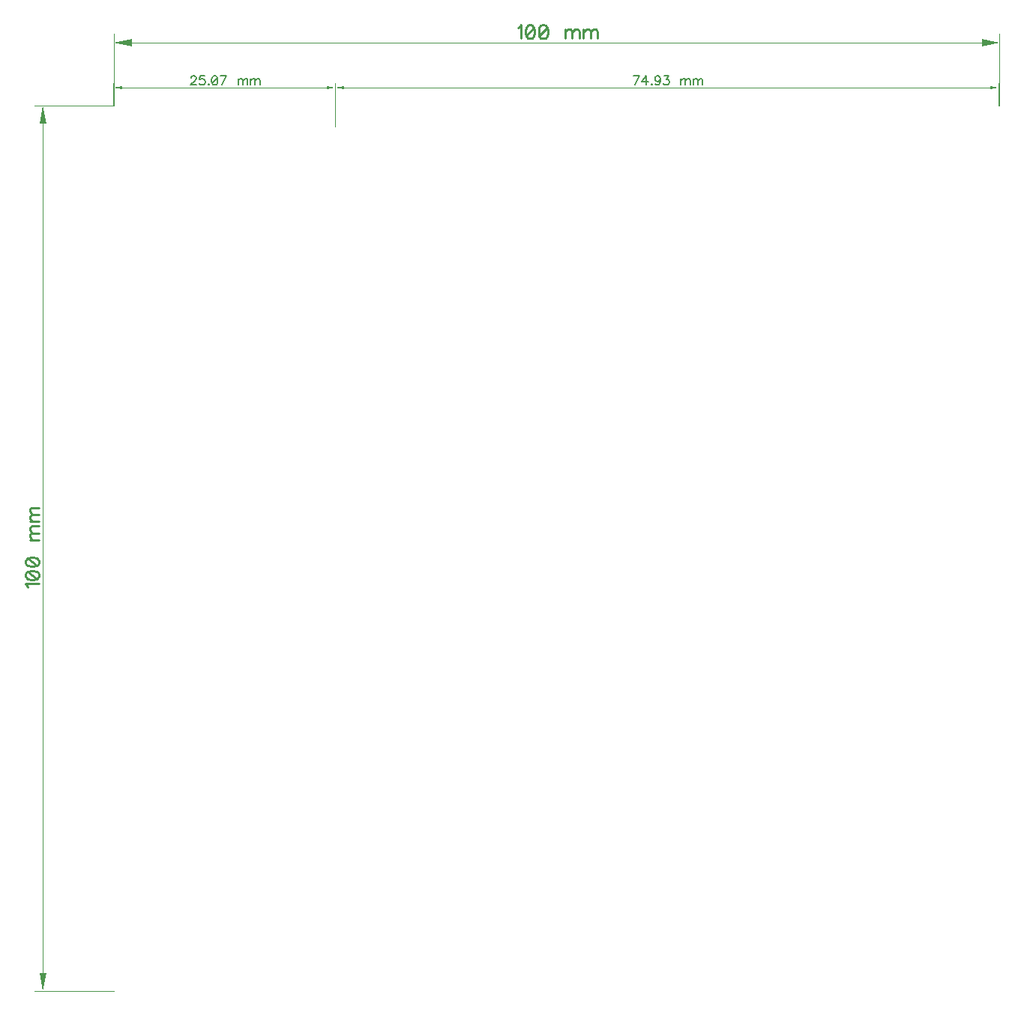
<source format=gbr>
G04 DipTrace 4.3.0.5*
G04 TopDimension.gbr*
%MOMM*%
G04 #@! TF.FileFunction,Drawing,Top*
G04 #@! TF.Part,Single*
%ADD15C,0.035*%
%ADD80C,0.15686*%
%ADD81C,0.23529*%
%FSLAX35Y35*%
G04*
G71*
G90*
G75*
G01*
G04 TopDimension*
%LPD*%
X-9993123Y5000000D2*
D15*
X-10895000D1*
X-9993123Y-5000000D2*
X-10895000D1*
X-10795000Y0D2*
Y4800000D1*
G36*
Y5000000D2*
X-10755000Y4800000D1*
X-10835000D1*
X-10795000Y5000000D1*
G37*
Y0D2*
D15*
Y-4800000D1*
G36*
Y-5000000D2*
X-10835000Y-4800000D1*
X-10755000D1*
X-10795000Y-5000000D1*
G37*
X-9993123Y5000000D2*
D15*
Y5815000D1*
X6877Y5000000D2*
Y5815000D1*
X-4993123Y5715000D2*
X-9793123D1*
G36*
X-9993123D2*
X-9793123Y5755000D1*
Y5675000D1*
X-9993123Y5715000D1*
G37*
X-4993123D2*
D15*
X-193123D1*
G36*
X6877D2*
X-193123Y5675000D1*
Y5755000D1*
X6877Y5715000D1*
G37*
X-10000000Y5000000D2*
D15*
Y5257000D1*
X-7493000Y4763127D2*
Y5257000D1*
X-8746500Y5207000D2*
X-9900000D1*
G36*
X-10000000D2*
X-9900000Y5227000D1*
Y5187000D1*
X-10000000Y5207000D1*
G37*
X-8746500D2*
D15*
X-7593000D1*
G36*
X-7493000D2*
X-7593000Y5187000D1*
Y5227000D1*
X-7493000Y5207000D1*
G37*
X0Y5000000D2*
D15*
Y5257000D1*
X-7493000Y4763127D2*
Y5257000D1*
X-3746500Y5207000D2*
X-100000D1*
G36*
X0D2*
X-100000Y5187000D1*
Y5227000D1*
X0Y5207000D1*
G37*
X-3746500D2*
D15*
X-7393000D1*
G36*
X-7493000D2*
X-7393000Y5227000D1*
Y5187000D1*
X-7493000Y5207000D1*
G37*
X-10965342Y-437330D2*
D81*
X-10972755Y-422674D1*
X-10994486Y-400774D1*
X-10841523D1*
X-10994486Y-309915D2*
X-10987242Y-331815D1*
X-10965342Y-346472D1*
X-10928955Y-353715D1*
X-10907055D1*
X-10870667Y-346472D1*
X-10848767Y-331815D1*
X-10841523Y-309915D1*
Y-295428D1*
X-10848767Y-273528D1*
X-10870667Y-259040D1*
X-10907055Y-251628D1*
X-10928955D1*
X-10965342Y-259040D1*
X-10987242Y-273528D1*
X-10994486Y-295428D1*
Y-309915D1*
X-10965342Y-259040D2*
X-10870667Y-346472D1*
X-10994486Y-160769D2*
X-10987242Y-182669D1*
X-10965342Y-197325D1*
X-10928955Y-204569D1*
X-10907055D1*
X-10870667Y-197325D1*
X-10848767Y-182669D1*
X-10841523Y-160769D1*
Y-146281D1*
X-10848767Y-124381D1*
X-10870667Y-109894D1*
X-10907055Y-102481D1*
X-10928955D1*
X-10965342Y-109894D1*
X-10987242Y-124381D1*
X-10994486Y-146281D1*
Y-160769D1*
X-10965342Y-109894D2*
X-10870667Y-197325D1*
X-10943611Y92713D2*
X-10841523D1*
X-10914467D2*
X-10936367Y114613D1*
X-10943611Y129269D1*
Y151001D1*
X-10936367Y165657D1*
X-10914467Y172901D1*
X-10841523D1*
X-10914467D2*
X-10936367Y194801D1*
X-10943611Y209457D1*
Y231189D1*
X-10936367Y245845D1*
X-10914467Y253257D1*
X-10841523D1*
X-10943611Y300316D2*
X-10841523D1*
X-10914467D2*
X-10936367Y322216D1*
X-10943611Y336872D1*
Y358604D1*
X-10936367Y373260D1*
X-10914467Y380504D1*
X-10841523D1*
X-10914467D2*
X-10936367Y402404D1*
X-10943611Y417060D1*
Y438791D1*
X-10936367Y453448D1*
X-10914467Y460860D1*
X-10841523D1*
X-5430454Y5885342D2*
X-5415798Y5892755D1*
X-5393898Y5914486D1*
Y5761523D1*
X-5303039Y5914486D2*
X-5324939Y5907242D1*
X-5339595Y5885342D1*
X-5346839Y5848955D1*
Y5827055D1*
X-5339595Y5790667D1*
X-5324939Y5768767D1*
X-5303039Y5761523D1*
X-5288551D1*
X-5266651Y5768767D1*
X-5252163Y5790667D1*
X-5244751Y5827055D1*
Y5848955D1*
X-5252163Y5885342D1*
X-5266651Y5907242D1*
X-5288551Y5914486D1*
X-5303039D1*
X-5252163Y5885342D2*
X-5339595Y5790667D1*
X-5153892Y5914486D2*
X-5175792Y5907242D1*
X-5190448Y5885342D1*
X-5197692Y5848955D1*
Y5827055D1*
X-5190448Y5790667D1*
X-5175792Y5768767D1*
X-5153892Y5761523D1*
X-5139405D1*
X-5117505Y5768767D1*
X-5103017Y5790667D1*
X-5095605Y5827055D1*
Y5848955D1*
X-5103017Y5885342D1*
X-5117505Y5907242D1*
X-5139405Y5914486D1*
X-5153892D1*
X-5103017Y5885342D2*
X-5190448Y5790667D1*
X-4900410Y5863611D2*
Y5761523D1*
Y5834467D2*
X-4878510Y5856367D1*
X-4863854Y5863611D1*
X-4842122D1*
X-4827466Y5856367D1*
X-4820222Y5834467D1*
Y5761523D1*
Y5834467D2*
X-4798322Y5856367D1*
X-4783666Y5863611D1*
X-4761935D1*
X-4747278Y5856367D1*
X-4739866Y5834467D1*
Y5761523D1*
X-4692807Y5863611D2*
Y5761523D1*
Y5834467D2*
X-4670907Y5856367D1*
X-4656251Y5863611D1*
X-4634520D1*
X-4619863Y5856367D1*
X-4612620Y5834467D1*
Y5761523D1*
Y5834467D2*
X-4590720Y5856367D1*
X-4576063Y5863611D1*
X-4554332D1*
X-4539676Y5856367D1*
X-4532263Y5834467D1*
Y5761523D1*
X-9125243Y5315732D2*
D80*
Y5320561D1*
X-9120414Y5330332D1*
X-9115585Y5335161D1*
X-9105814Y5339991D1*
X-9086385D1*
X-9076726Y5335161D1*
X-9071897Y5330332D1*
X-9066955Y5320561D1*
Y5310903D1*
X-9071897Y5301132D1*
X-9081555Y5286645D1*
X-9130185Y5238015D1*
X-9062126D1*
X-8972466Y5339991D2*
X-9020983D1*
X-9025812Y5296303D1*
X-9020983Y5301132D1*
X-9006383Y5306074D1*
X-8991895D1*
X-8977295Y5301132D1*
X-8967524Y5291474D1*
X-8962695Y5276874D1*
Y5267215D1*
X-8967524Y5252615D1*
X-8977295Y5242845D1*
X-8991895Y5238015D1*
X-9006383D1*
X-9020983Y5242845D1*
X-9025812Y5247786D1*
X-9030754Y5257445D1*
X-8926493Y5247786D2*
X-8931323Y5242845D1*
X-8926493Y5238015D1*
X-8921552Y5242845D1*
X-8926493Y5247786D1*
X-8860979Y5339991D2*
X-8875579Y5335161D1*
X-8885350Y5320561D1*
X-8890179Y5296303D1*
Y5281703D1*
X-8885350Y5257445D1*
X-8875579Y5242845D1*
X-8860979Y5238015D1*
X-8851321D1*
X-8836721Y5242845D1*
X-8827062Y5257445D1*
X-8822121Y5281703D1*
Y5296303D1*
X-8827062Y5320561D1*
X-8836721Y5335161D1*
X-8851321Y5339991D1*
X-8860979D1*
X-8827062Y5320561D2*
X-8885350Y5257445D1*
X-8771319Y5238015D2*
X-8722690Y5339991D1*
X-8790748D1*
X-8592560Y5306074D2*
Y5238015D1*
Y5286645D2*
X-8577960Y5301245D1*
X-8568189Y5306074D1*
X-8553702D1*
X-8543931Y5301245D1*
X-8539102Y5286645D1*
Y5238015D1*
Y5286645D2*
X-8524502Y5301245D1*
X-8514731Y5306074D1*
X-8500243D1*
X-8490472Y5301245D1*
X-8485531Y5286645D1*
Y5238015D1*
X-8454158Y5306074D2*
Y5238015D1*
Y5286645D2*
X-8439558Y5301245D1*
X-8429788Y5306074D1*
X-8415300D1*
X-8405529Y5301245D1*
X-8400700Y5286645D1*
Y5238015D1*
Y5286645D2*
X-8386100Y5301245D1*
X-8376329Y5306074D1*
X-8361841D1*
X-8352071Y5301245D1*
X-8347129Y5286645D1*
Y5238015D1*
X-4110755D2*
X-4062126Y5339991D1*
X-4130185D1*
X-3982124Y5238015D2*
Y5339991D1*
X-4030754Y5272045D1*
X-3957866D1*
X-3921664Y5247786D2*
X-3926493Y5242845D1*
X-3921664Y5238015D1*
X-3916723Y5242845D1*
X-3921664Y5247786D1*
X-3822121Y5306074D2*
X-3827062Y5291474D1*
X-3836721Y5281703D1*
X-3851321Y5276874D1*
X-3856150D1*
X-3870750Y5281703D1*
X-3880409Y5291474D1*
X-3885350Y5306074D1*
Y5310903D1*
X-3880409Y5325503D1*
X-3870750Y5335161D1*
X-3856150Y5339991D1*
X-3851321D1*
X-3836721Y5335161D1*
X-3827062Y5325503D1*
X-3822121Y5306074D1*
Y5281703D1*
X-3827062Y5257445D1*
X-3836721Y5242845D1*
X-3851321Y5238015D1*
X-3860979D1*
X-3875579Y5242845D1*
X-3880409Y5252615D1*
X-3780978Y5339991D2*
X-3727631D1*
X-3756719Y5301132D1*
X-3742119D1*
X-3732461Y5296303D1*
X-3727631Y5291474D1*
X-3722690Y5276874D1*
Y5267215D1*
X-3727631Y5252615D1*
X-3737290Y5242845D1*
X-3751890Y5238015D1*
X-3766490D1*
X-3780978Y5242845D1*
X-3785807Y5247786D1*
X-3790748Y5257445D1*
X-3592560Y5306074D2*
Y5238015D1*
Y5286645D2*
X-3577960Y5301245D1*
X-3568189Y5306074D1*
X-3553702D1*
X-3543931Y5301245D1*
X-3539102Y5286645D1*
Y5238015D1*
Y5286645D2*
X-3524502Y5301245D1*
X-3514731Y5306074D1*
X-3500243D1*
X-3490472Y5301245D1*
X-3485531Y5286645D1*
Y5238015D1*
X-3454158Y5306074D2*
Y5238015D1*
Y5286645D2*
X-3439558Y5301245D1*
X-3429788Y5306074D1*
X-3415300D1*
X-3405529Y5301245D1*
X-3400700Y5286645D1*
Y5238015D1*
Y5286645D2*
X-3386100Y5301245D1*
X-3376329Y5306074D1*
X-3361841D1*
X-3352071Y5301245D1*
X-3347129Y5286645D1*
Y5238015D1*
M02*

</source>
